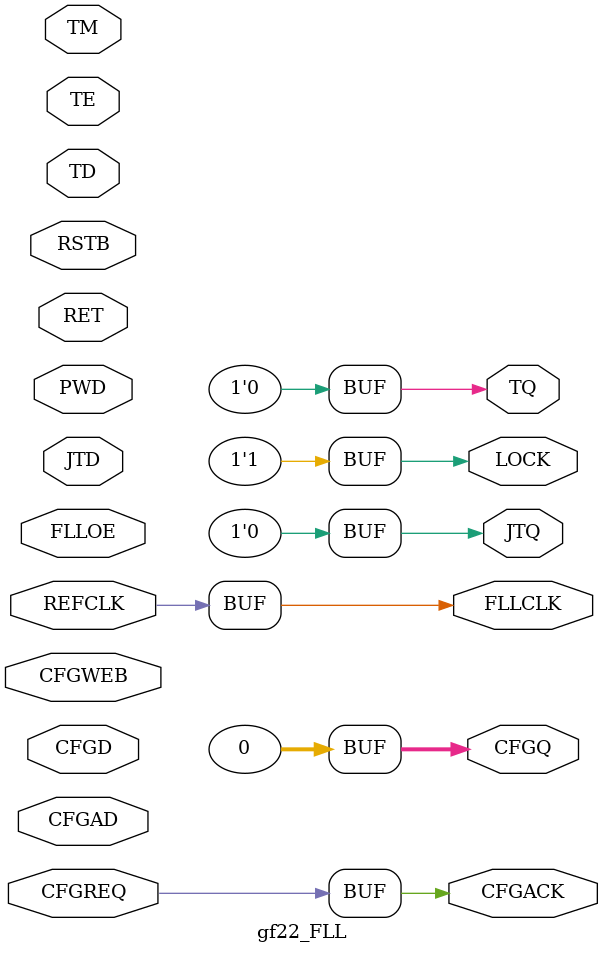
<source format=sv>

module gf22_FLL
(
  output logic FLLCLK,
  input  logic FLLOE,
  input  logic REFCLK,
  output logic LOCK,
  input  logic CFGREQ,
  output logic CFGACK,
  input  logic [1:0] CFGAD,
  input  logic [31:0] CFGD,
  output logic [31:0] CFGQ,
  input  logic CFGWEB,
  input  logic RSTB,
  input  logic PWD,
  input  logic RET,
  input  logic TM,
  input  logic TE,
  input  logic TD,
  output logic TQ,
  input  logic JTD,
  output logic JTQ
);

  // Simple pass-through for simulation
  assign FLLCLK = REFCLK;
  assign LOCK = 1'b1;
  assign CFGACK = CFGREQ;
  assign CFGQ = 32'h0;
  assign TQ = 1'b0;
  assign JTQ = 1'b0;

endmodule


</source>
